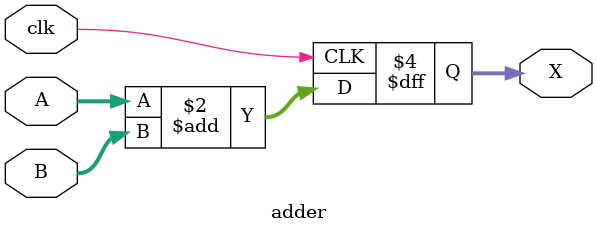
<source format=sv>
`timescale 1ns/1ps

module adder #(
  parameter integer DATA_WIDTH = 4
) (
  input logic clk,
  input  logic unsigned [DATA_WIDTH-1:0] A,
  input  logic unsigned [DATA_WIDTH-1:0] B,
  output logic unsigned [DATA_WIDTH:0]   X
);

always @(posedge clk) begin
  X <= A + B;
end

  // Dump waves
  initial begin
    $dumpfile("dump.vcd");
    $dumpvars(1, adder);
  end

endmodule

</source>
